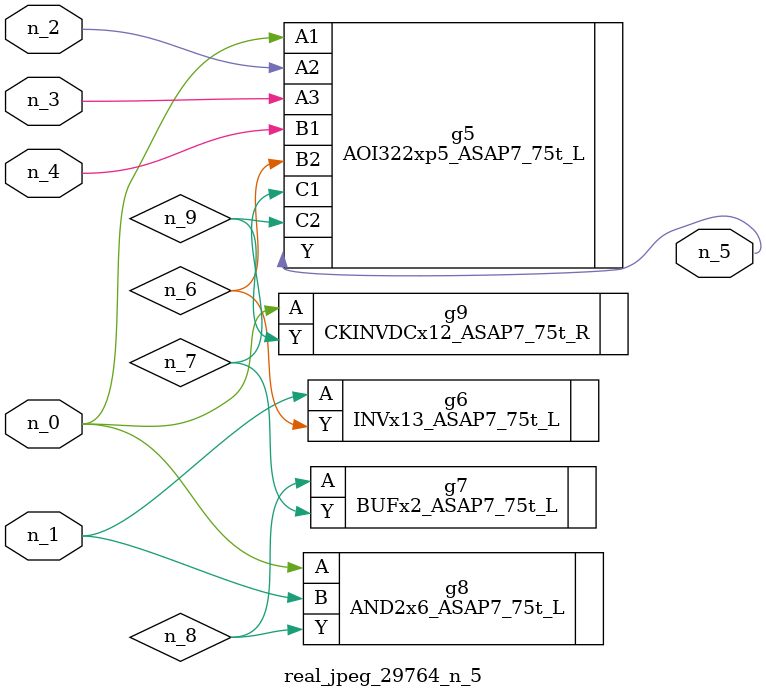
<source format=v>
module real_jpeg_29764_n_5 (n_4, n_0, n_1, n_2, n_3, n_5);

input n_4;
input n_0;
input n_1;
input n_2;
input n_3;

output n_5;

wire n_8;
wire n_6;
wire n_7;
wire n_9;

AOI322xp5_ASAP7_75t_L g5 ( 
.A1(n_0),
.A2(n_2),
.A3(n_3),
.B1(n_4),
.B2(n_6),
.C1(n_7),
.C2(n_9),
.Y(n_5)
);

AND2x6_ASAP7_75t_L g8 ( 
.A(n_0),
.B(n_1),
.Y(n_8)
);

CKINVDCx12_ASAP7_75t_R g9 ( 
.A(n_0),
.Y(n_9)
);

INVx13_ASAP7_75t_L g6 ( 
.A(n_1),
.Y(n_6)
);

BUFx2_ASAP7_75t_L g7 ( 
.A(n_8),
.Y(n_7)
);


endmodule
</source>
